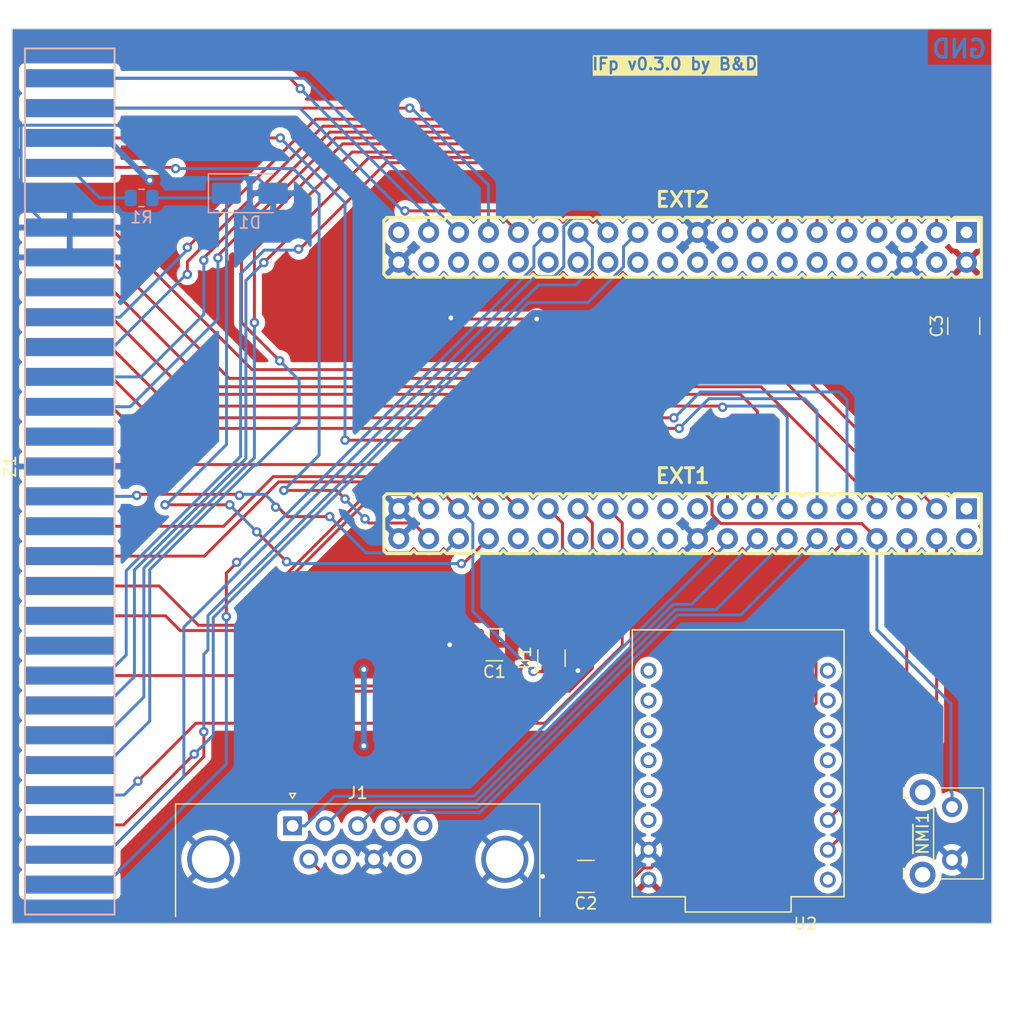
<source format=kicad_pcb>
(kicad_pcb (version 20241229) (generator "pcbnew") (generator_version "9.0")
  (title_block (title "IFp") (date "2024-03-26") (rev "v0.2"))
  (layers (0 "F.Cu" signal) (2 "B.Cu" signal) (13 "F.Paste" user) (15 "B.Paste" user) (5 "F.SilkS" user "F.Silkscreen") (7 "B.SilkS" user "B.Silkscreen") (1 "F.Mask" user) (3 "B.Mask" user) (25 "Edge.Cuts" user))
  (net 0 "")
  (net 1 "ZXROMCS2")
  (net 2 "GND")
  (net 3 "+5V")
  (net 4 "ZXROMCS")
  (net 5 "ZXA0")
  (net 6 "ZXA1")
  (net 7 "ZXA2")
  (net 8 "ZXA3")
  (net 9 "ZXA4")
  (net 10 "ZXA5")
  (net 11 "ZXA6")
  (net 12 "ZXROMCS1")
  (net 13 "HC_CPM")
  (net 14 "ZXA7")
  (net 15 "ZXA8")
  (net 16 "ZXA9")
  (net 17 "ZXA10")
  (net 18 "ZXA11")
  (net 19 "ZXA12")
  (net 20 "ZXA13")
  (net 21 "ZXD0")
  (net 22 "ZXD1")
  (net 23 "ZXD2")
  (net 24 "ZXD3")
  (net 25 "ZXD4")
  (net 26 "ZXD5")
  (net 27 "ZXD6")
  (net 28 "~{ZXRD}")
  (net 29 "ZXA14")
  (net 30 "ZXA15")
  (net 31 "~{ZXMREQ}")
  (net 38 "~{ZXIORQ}")
  (net 45 "~{ZXWAIT}")
  (net 48 "~{ZXNMI}")
  (net 49 "ZXD7")
  (net 51 "/PICO_RX_MINI_TX")
  (net 52 "/PICO_TX_MINI_RX")
  (net 53 "/GPIO9\\SPI1_CSn")
  (net 54 "/DOWN")
  (net 55 "/RIGHT")
  (net 56 "/GPIO12\\SPI1_RX\\SD_DAT0")
  (net 57 "/LEFT")
  (net 58 "/GPIO11\\SPI1_TX\\SD_CMD")
  (net 59 "/GPIO24\\SPI1_RX\\SD_DAT0")
  (net 60 "/GPIO10\\SPI1_SCK\\SD_CLK")
  (net 61 "/FIRE")
  (net 62 "/ZXRDWR")
  (net 63 "/GPIO8\\QMI_CS1n")
  (net 64 "/UP")
  (net 66 "/QSPI_SD2")
  (net 67 "/ADC_VREF")
  (net 68 "/QSPI_CSn")
  (net 69 "/BOOTSEL#")
  (net 70 "/QSPI_SD1")
  (net 71 "/SWDIO")
  (net 72 "/QSPI_SD0")
  (net 73 "/QSPI_CLK")
  (net 74 "/SWCLK")
  (net 75 "/RUN")
  (net 76 "/QSPI_SD3")
  (net 77 "/3V3_EN")
  (net 78 "/J_HC_CPM")
  (net 79 "~{ZXWR}")
  (footprint "Package_TO_SOT_SMD:SOT-353_SC-70-5" (layer "F.Cu") (at 69.03 103.5075 90)
    (property "Reference" "U1")
    (property "Value" "74LVC1G86")
  )
  (footprint "Connector_Dsub:DSUB-9_Pins_Horizontal_P2.77x2.84mm_EdgePinOffset4.94mm_Housed_MountingHolesOffset4.94mm" (layer "F.Cu") (at 47.02 117.77)
    (property "Reference" "J1")
    (property "Value" "DE9_Pins_MountingHoles")
  )
  (footprint "ESP32-C_SUPERMINI:MODULE_ESP32-C3_SUPERMINI_TH" (layer "F.Cu") (at 84.9 112.45 180)
    (property "Reference" "U2")
    (property "Value" "ESP32-C3_SUPERMINI_TH")
  )
  (footprint "OLIMEX_Connectors-FP:HN2x20" (layer "F.Cu") (at 80.18 68.57 180)
    (property "Reference" "EXT2")
    (property "Value" "NA(HN2x20)")
  )
  (footprint "Capacitor_SMD:C_1210_3225Metric" (layer "F.Cu") (at 64.18 102.37 180)
    (property "Reference" "C1")
    (property "Value" "0.1uF")
  )
  (footprint "Capacitor_SMD:C_1210_3225Metric" (layer "F.Cu") (at 71.955 122.07 180)
    (property "Reference" "C2")
    (property "Value" "0.1uF")
  )
  (footprint "Capacitor_SMD:C_1210_3225Metric" (layer "F.Cu") (at 104.08 75.27 90)
    (property "Reference" "C3")
    (property "Value" "0.1uF")
  )
  (footprint "zxbus:ZX_Bus_Edge_Connector" (layer "F.Cu") (at 28.08 87.21 -90)
    (property "Reference" "Z1")
    (property "Value" "ZX48Bus")
  )
  (footprint "Button_Switch_THT:SW_Tactile_SKHH_Angled" (layer "F.Cu") (at 103.08 116.17 -90)
    (property "Reference" "~{NMI}1")
    (property "Value" "~{NMI}")
  )
  (footprint "OLIMEX_Connectors-FP:HN2x20" (layer "F.Cu") (at 80.18 92.07 180)
    (property "Reference" "EXT1")
    (property "Value" "NA(HN2x20)")
  )
  (footprint "Diode_SMD:D_SMA" (layer "B.Cu") (at 43.38 63.97)
    (property "Reference" "D1")
    (property "Value" "Z1SMAxxx")
  )
  (footprint "Resistor_SMD:R_0805_2012Metric" (layer "B.Cu") (at 34.18 64.37)
    (property "Reference" "R1")
    (property "Value" "1K")
  )
  (gr_rect (start 23.18 49.98) (end 106.46 126.07) (stroke (width 0.1)) (fill no) (layer "Edge.Cuts"))
  (gr_text "GND" (at 106.18 52.57 0) (layer "B.Cu") (effects (font (size 1.5 1.5) (thickness 0.3) (bold yes)) (justify left bottom mirror)))
  (gr_text "IFp v0.3.0 by B&D" (at 72.38 53.57 0) (layer "F.SilkS" knockout) (effects (font (size 1 1) (thickness 0.2) (bold yes)) (justify left bottom)))
  (segment (start 46.58 91.47) (end 50.18 91.47) (width 0.25) (layer "F.Cu") (net 1))
  (segment (start 45.78 90.67) (end 46.58 91.47) (width 0.25) (layer "F.Cu") (net 1))
  (segment (start 42.15472 89.57) (end 33.88 89.57) (width 0.25) (layer "F.Cu") (net 1))
  (segment (start 45.58 90.67) (end 45.78 90.67) (width 0.25) (layer "F.Cu") (net 1))
  (segment (start 42.25472 89.67) (end 42.15472 89.57) (width 0.25) (layer "F.Cu") (net 1))
  (segment (start 33.88 89.57) (end 33.78 89.67) (width 0.25) (layer "F.Cu") (net 1))
  (segment (start 42.499368 89.67) (end 42.25472 89.67) (width 0.25) (layer "F.Cu") (net 1))
  (via (at 42.499368 89.67) (size 0.8) (drill 0.4) (layers "F.Cu" "B.Cu") (net 1))
  (via (at 45.58 90.67) (size 0.8) (drill 0.4) (layers "F.Cu" "B.Cu") (net 1))
  (via (at 33.78 89.67) (size 0.8) (drill 0.4) (layers "F.Cu" "B.Cu") (net 1))
  (via (at 50.18 91.47) (size 0.8) (drill 0.4) (layers "F.Cu" "B.Cu") (net 1))
  (segment (start 53.265 94.555) (end 50.18 91.47) (width 0.25) (layer "B.Cu") (net 1))
  (segment (start 61.13 93.34) (end 59.915 94.555) (width 0.25) (layer "B.Cu") (net 1))
  (segment (start 45.58 90.67) (end 45.58 90.47) (width 0.25) (layer "B.Cu") (net 1))
  (segment (start 59.915 94.555) (end 53.265 94.555) (width 0.25) (layer "B.Cu") (net 1))
  (segment (start 42.88 89.57) (end 42.78 89.67) (width 0.25) (layer "B.Cu") (net 1))
  (segment (start 45.58 90.47) (end 44.68 89.57) (width 0.25) (layer "B.Cu") (net 1))
  (segment (start 42.78 89.67) (end 42.499368 89.67) (width 0.25) (layer "B.Cu") (net 1))
  (segment (start 33.78 89.67) (end 33.7 89.75) (width 0.25) (layer "B.Cu") (net 1))
  (segment (start 33.7 89.75) (end 28.08 89.75) (width 0.25) (layer "B.Cu") (net 1))
  (segment (start 44.68 89.57) (end 42.88 89.57) (width 0.25) (layer "B.Cu") (net 1))
  (segment (start 69.68 104.4575) (end 71.1675 104.4575) (width 0.25) (layer "F.Cu") (net 2))
  (segment (start 71.1675 104.4575) (end 71.28 104.57) (width 0.25) (layer "F.Cu") (net 2))
  (segment (start 60.58 74.67) (end 60.48 74.57) (width 0.25) (layer "F.Cu") (net 2))
  (segment (start 67.78 74.67) (end 60.58 74.67) (width 0.25) (layer "F.Cu") (net 2))
  (segment (start 68.28 122.07) (end 70.48 122.07) (width 0.25) (layer "F.Cu") (net 2))
  (segment (start 60.38 102.37) (end 62.705 102.37) (width 0.25) (layer "F.Cu") (net 2))
  (via (at 60.38 102.37) (size 0.8) (drill 0.4) (layers "F.Cu" "B.Cu") (net 2))
  (via (at 71.28 104.57) (size 0.8) (drill 0.4) (layers "F.Cu" "B.Cu") (net 2))
  (via (at 68.28 122.07) (size 0.8) (drill 0.4) (layers "F.Cu" "B.Cu") (net 2))
  (via (at 67.78 74.67) (size 0.8) (drill 0.4) (layers "F.Cu" "B.Cu") (net 2))
  (via (at 60.48 74.57) (size 0.8) (drill 0.4) (layers "F.Cu" "B.Cu") (net 2))
  (segment (start 44.154 62.744) (end 45.38 63.97) (width 0.25) (layer "B.Cu") (net 2))
  (segment (start 28.08 66.89) (end 26.3 66.89) (width 0.25) (layer "B.Cu") (net 2))
  (segment (start 23.944 58.182) (end 32.216 58.182) (width 0.25) (layer "B.Cu") (net 2))
  (segment (start 32.216 58.182) (end 36.778 62.744) (width 0.25) (layer "B.Cu") (net 2))
  (segment (start 23.944 64.534) (end 23.944 58.182) (width 0.25) (layer "B.Cu") (net 2))
  (segment (start 26.3 66.89) (end 23.944 64.534) (width 0.25) (layer "B.Cu") (net 2))
  (segment (start 36.778 62.744) (end 44.154 62.744) (width 0.25) (layer "B.Cu") (net 2))
  (via (at 34.88 62.87) (size 0.8) (drill 0.4) (layers "F.Cu" "B.Cu") (net 3))
  (via (at 53.08 110.97) (size 0.8) (drill 0.4) (layers "F.Cu" "B.Cu") (net 3))
  (via (at 53.08 104.47) (size 0.8) (drill 0.4) (layers "F.Cu" "B.Cu") (net 3))
  (segment (start 53.08 110.97) (end 53.08 104.47) (width 0.5) (layer "B.Cu") (net 3))
  (segment (start 34.88 62.87) (end 34.78 62.87) (width 0.5) (layer "B.Cu") (net 3))
  (segment (start 34.78 62.87) (end 31.18 59.27) (width 0.5) (layer "B.Cu") (net 3))
  (segment (start 38.806 109.044) (end 68.47053 109.044) (width 0.25) (layer "F.Cu") (net 4))
  (segment (start 75.045 92.015) (end 73.83 90.8) (width 0.25) (layer "F.Cu") (net 4))
  (segment (start 33.88 113.97) (end 38.806 109.044) (width 0.25) (layer "F.Cu") (net 4))
  (segment (start 75.045 102.46953) (end 75.045 92.015) (width 0.25) (layer "F.Cu") (net 4))
  (segment (start 68.47053 109.044) (end 75.045 102.46953) (width 0.25) (layer "F.Cu") (net 4))
  (via (at 33.88 113.97) (size 0.8) (drill 0.4) (layers "F.Cu" "B.Cu") (net 4))
  (segment (start 32.7 115.15) (end 33.88 113.97) (width 0.25) (layer "B.Cu") (net 4))
  (segment (start 28.08 115.15) (end 32.7 115.15) (width 0.25) (layer "B.Cu") (net 4))
  (segment (start 97.426 57.67) (end 101.77 62.014) (width 0.25) (layer "F.Cu") (net 5))
  (segment (start 101.77 62.014) (end 101.77 67.3) (width 0.25) (layer "F.Cu") (net 5))
  (segment (start 48.98 57.67) (end 97.426 57.67) (width 0.25) (layer "F.Cu") (net 5))
  (segment (start 38.08 68.57) (end 48.98 57.67) (width 0.25) (layer "F.Cu") (net 5))
  (via (at 38.08 68.57) (size 0.8) (drill 0.4) (layers "F.Cu" "B.Cu") (net 5))
  (segment (start 38.08 68.57) (end 38.08 68.77) (width 0.25) (layer "B.Cu") (net 5))
  (segment (start 32.34 74.51) (end 28.08 74.51) (width 0.25) (layer "B.Cu") (net 5))
  (segment (start 38.08 68.77) (end 32.34 74.51) (width 0.25) (layer "B.Cu") (net 5))
  (segment (start 96.98 58.27) (end 99.23 60.52) (width 0.25) (layer "F.Cu") (net 6))
  (segment (start 38.08 70.87) (end 38.08 69.795306) (width 0.25) (layer "F.Cu") (net 6))
  (segment (start 99.23 60.52) (end 99.23 67.3) (width 0.25) (layer "F.Cu") (net 6))
  (segment (start 38.08 69.795306) (end 49.605306 58.27) (width 0.25) (layer "F.Cu") (net 6))
  (segment (start 49.605306 58.27) (end 96.98 58.27) (width 0.25) (layer "F.Cu") (net 6))
  (via (at 38.08 70.87) (size 0.8) (drill 0.4) (layers "F.Cu" "B.Cu") (net 6))
  (segment (start 37.842653 71.007347) (end 31.8 77.05) (width 0.25) (layer "B.Cu") (net 6))
  (segment (start 37.942653 71.007347) (end 37.842653 71.007347) (width 0.25) (layer "B.Cu") (net 6))
  (segment (start 38.08 70.87) (end 37.942653 71.007347) (width 0.25) (layer "B.Cu") (net 6))
  (segment (start 31.8 77.05) (end 28.08 77.05) (width 0.25) (layer "B.Cu") (net 6))
  (segment (start 50.18 58.77) (end 94.18 58.77) (width 0.25) (layer "F.Cu") (net 7))
  (segment (start 96.69 61.28) (end 96.69 67.3) (width 0.25) (layer "F.Cu") (net 7))
  (segment (start 39.48 69.67) (end 39.48 69.47) (width 0.25) (layer "F.Cu") (net 7))
  (segment (start 94.18 58.77) (end 96.69 61.28) (width 0.25) (layer "F.Cu") (net 7))
  (segment (start 39.48 69.47) (end 50.18 58.77) (width 0.25) (layer "F.Cu") (net 7))
  (via (at 39.48 69.67) (size 0.8) (drill 0.4) (layers "F.Cu" "B.Cu") (net 7))
  (segment (start 39.48 69.67) (end 39.48 74.27) (width 0.25) (layer "B.Cu") (net 7))
  (segment (start 34.16 79.59) (end 28.08 79.59) (width 0.25) (layer "B.Cu") (net 7))
  (segment (start 39.48 74.27) (end 34.16 79.59) (width 0.25) (layer "B.Cu") (net 7))
  (segment (start 40.68 69.27) (end 50.68 59.27) (width 0.25) (layer "F.Cu") (net 8))
  (segment (start 50.68 59.27) (end 90.58 59.27) (width 0.25) (layer "F.Cu") (net 8))
  (segment (start 40.68 69.47) (end 40.68 69.27) (width 0.25) (layer "F.Cu") (net 8))
  (segment (start 94.15 62.84) (end 94.15 67.3) (width 0.25) (layer "F.Cu") (net 8))
  (segment (start 90.58 59.27) (end 94.15 62.84) (width 0.25) (layer "F.Cu") (net 8))
  (via (at 40.68 69.47) (size 0.8) (drill 0.4) (layers "F.Cu" "B.Cu") (net 8))
  (segment (start 40.68 74.67) (end 33.22 82.13) (width 0.25) (layer "B.Cu") (net 8))
  (segment (start 33.22 82.13) (end 28.08 82.13) (width 0.25) (layer "B.Cu") (net 8))
  (segment (start 40.68 69.47) (end 40.68 74.67) (width 0.25) (layer "B.Cu") (net 8))
  (segment (start 91.61 62.7) (end 91.61 67.3) (width 0.25) (layer "F.Cu") (net 9))
  (segment (start 45.93 78.22) (end 42.68 74.97) (width 0.25) (layer "F.Cu") (net 9))
  (segment (start 88.68 59.77) (end 91.61 62.7) (width 0.25) (layer "F.Cu") (net 9))
  (segment (start 42.68 68.37) (end 51.28 59.77) (width 0.25) (layer "F.Cu") (net 9))
  (segment (start 42.68 74.97) (end 42.68 68.37) (width 0.25) (layer "F.Cu") (net 9))
  (segment (start 51.28 59.77) (end 88.68 59.77) (width 0.25) (layer "F.Cu") (net 9))
  (via (at 45.93 78.22) (size 0.8) (drill 0.4) (layers "F.Cu" "B.Cu") (net 9))
  (segment (start 43.79381 87.094) (end 43.69181 87.196) (width 0.25) (layer "B.Cu") (net 9))
  (segment (start 31.128 112.61) (end 28.08 112.61) (width 0.25) (layer "B.Cu") (net 9))
  (segment (start 43.956 87.094) (end 43.79381 87.094) (width 0.25) (layer "B.Cu") (net 9))
  (segment (start 34.88 95.98343) (end 34.88 108.858) (width 0.25) (layer "B.Cu") (net 9))
  (segment (start 47.58 83.47) (end 43.956 87.094) (width 0.25) (layer "B.Cu") (net 9))
  (segment (start 45.93 78.22) (end 47.58 79.87) (width 0.25) (layer "B.Cu") (net 9))
  (segment (start 47.58 79.87) (end 47.58 83.47) (width 0.25) (layer "B.Cu") (net 9))
  (segment (start 43.66743 87.196) (end 34.88 95.98343) (width 0.25) (layer "B.Cu") (net 9))
  (segment (start 34.88 108.858) (end 31.128 112.61) (width 0.25) (layer "B.Cu") (net 9))
  (segment (start 43.69181 87.196) (end 43.66743 87.196) (width 0.25) (layer "B.Cu") (net 9))
  (segment (start 52.08 60.47) (end 86.68 60.47) (width 0.25) (layer "F.Cu") (net 10))
  (segment (start 43.78 74.97) (end 43.78 68.77) (width 0.25) (layer "F.Cu") (net 10))
  (segment (start 43.78 68.77) (end 52.08 60.47) (width 0.25) (layer "F.Cu") (net 10))
  (segment (start 86.68 60.47) (end 89.07 62.86) (width 0.25) (layer "F.Cu") (net 10))
  (segment (start 89.07 62.86) (end 89.07 67.3) (width 0.25) (layer "F.Cu") (net 10))
  (via (at 43.78 74.97) (size 0.8) (drill 0.4) (layers "F.Cu" "B.Cu") (net 10))
  (segment (start 43.48062 86.745) (end 34.38 95.84562) (width 0.25) (layer "B.Cu") (net 10))
  (segment (start 43.78 86.47) (end 43.505 86.745) (width 0.25) (layer "B.Cu") (net 10))
  (segment (start 34.38 106.818) (end 31.128 110.07) (width 0.25) (layer "B.Cu") (net 10))
  (segment (start 34.38 95.84562) (end 34.38 106.818) (width 0.25) (layer "B.Cu") (net 10))
  (segment (start 43.78 74.97) (end 43.78 86.47) (width 0.25) (layer "B.Cu") (net 10))
  (segment (start 31.128 110.07) (end 28.08 110.07) (width 0.25) (layer "B.Cu") (net 10))
  (segment (start 43.505 86.745) (end 43.48062 86.745) (width 0.25) (layer "B.Cu") (net 10))
  (segment (start 85.78 60.921) (end 86.53 61.671) (width 0.25) (layer "F.Cu") (net 11))
  (segment (start 53.529 60.921) (end 85.78 60.921) (width 0.25) (layer "F.Cu") (net 11))
  (segment (start 86.53 61.671) (end 86.53 67.3) (width 0.25) (layer "F.Cu") (net 11))
  (segment (start 44.579293 69.869293) (end 44.580707 69.869293) (width 0.25) (layer "F.Cu") (net 11))
  (segment (start 44.580707 69.869293) (end 53.529 60.921) (width 0.25) (layer "F.Cu") (net 11))
  (via (at 44.579293 69.869293) (size 0.8) (drill 0.4) (layers "F.Cu" "B.Cu") (net 11))
  (segment (start 44.579293 69.869293) (end 44.08 70.368586) (width 0.25) (layer "B.Cu") (net 11))
  (segment (start 44.08 70.368586) (end 44.08 70.37) (width 0.25) (layer "B.Cu") (net 11))
  (segment (start 33.58 96.00781) (end 33.58 105.078) (width 0.25) (layer "B.Cu") (net 11))
  (segment (start 43.054 71.396) (end 43.054 86.53381) (width 0.25) (layer "B.Cu") (net 11))
  (segment (start 43.054 86.53381) (end 33.58 96.00781) (width 0.25) (layer "B.Cu") (net 11))
  (segment (start 31.128 107.53) (end 28.08 107.53) (width 0.25) (layer "B.Cu") (net 11))
  (segment (start 44.08 70.37) (end 43.054 71.396) (width 0.25) (layer "B.Cu") (net 11))
  (segment (start 33.58 105.078) (end 31.128 107.53) (width 0.25) (layer "B.Cu") (net 11))
  (segment (start 28.12 61.77) (end 28.08 61.81) (width 0.25) (layer "F.Cu") (net 12))
  (segment (start 57.265 92.015) (end 53.525 92.015) (width 0.25) (layer "F.Cu") (net 12))
  (segment (start 53.525 92.015) (end 53.18 91.67) (width 0.25) (layer "F.Cu") (net 12))
  (segment (start 51.48 89.97) (end 50.754 89.244) (width 0.25) (layer "F.Cu") (net 12))
  (segment (start 37.08 61.87) (end 36.98 61.77) (width 0.25) (layer "F.Cu") (net 12))
  (segment (start 50.754 89.244) (end 46.28 89.244) (width 0.25) (layer "F.Cu") (net 12))
  (segment (start 58.59 93.34) (end 57.265 92.015) (width 0.25) (layer "F.Cu") (net 12))
  (segment (start 36.98 61.77) (end 28.12 61.77) (width 0.25) (layer "F.Cu") (net 12))
  (via (at 53.18 91.67) (size 0.8) (drill 0.4) (layers "F.Cu" "B.Cu") (net 12))
  (via (at 37.08 61.87) (size 0.8) (drill 0.4) (layers "F.Cu" "B.Cu") (net 12))
  (via (at 46.28 89.244) (size 0.8) (drill 0.4) (layers "F.Cu" "B.Cu") (net 12))
  (via (at 51.48 89.97) (size 0.8) (drill 0.4) (layers "F.Cu" "B.Cu") (net 12))
  (segment (start 37.08 61.87) (end 47.08 61.87) (width 0.25) (layer "B.Cu") (net 12))
  (segment (start 49.28 86.244) (end 46.28 89.244) (width 0.25) (layer "B.Cu") (net 12))
  (segment (start 47.08 61.87) (end 49.28 64.07) (width 0.25) (layer "B.Cu") (net 12))
  (segment (start 49.28 64.07) (end 49.28 86.244) (width 0.25) (layer "B.Cu") (net 12))
  (segment (start 53.18 91.67) (end 51.48 89.97) (width 0.25) (layer "B.Cu") (net 12))
  (segment (start 30.64 64.37) (end 33.2675 64.37) (width 0.25) (layer "B.Cu") (net 13))
  (segment (start 28.08 61.81) (end 30.64 64.37) (width 0.25) (layer "B.Cu") (net 13))
  (segment (start 47.63 68.72) (end 54.978 61.372) (width 0.25) (layer "F.Cu") (net 14))
  (segment (start 83.99 61.782) (end 83.99 67.3) (width 0.25) (layer "F.Cu") (net 14))
  (segment (start 54.978 61.372) (end 83.58 61.372) (width 0.25) (layer "F.Cu") (net 14))
  (segment (start 83.58 61.372) (end 83.99 61.782) (width 0.25) (layer "F.Cu") (net 14))
  (segment (start 47.53 68.72) (end 47.63 68.72) (width 0.25) (layer "F.Cu") (net 14))
  (via (at 47.53 68.72) (size 0.8) (drill 0.4) (layers "F.Cu" "B.Cu") (net 14))
  (segment (start 47.53 68.72) (end 47.44336 68.80664) (width 0.25) (layer "B.Cu") (net 14))
  (segment (start 42.603 86.347) (end 42.603 82.87) (width 0.25) (layer "B.Cu") (net 14))
  (segment (start 31.128 104.99) (end 32.88 103.238) (width 0.25) (layer "B.Cu") (net 14))
  (segment (start 28.08 104.99) (end 31.128 104.99) (width 0.25) (layer "B.Cu") (net 14))
  (segment (start 44.61664 68.80664) (end 42.603 70.82028) (width 0.25) (layer "B.Cu") (net 14))
  (segment (start 32.88 96.07) (end 42.603 86.347) (width 0.25) (layer "B.Cu") (net 14))
  (segment (start 42.603 70.82028) (end 42.603 82.87) (width 0.25) (layer "B.Cu") (net 14))
  (segment (start 47.44336 68.80664) (end 44.61664 68.80664) (width 0.25) (layer "B.Cu") (net 14))
  (segment (start 32.88 103.238) (end 32.88 96.07) (width 0.25) (layer "B.Cu") (net 14))
  (segment (start 38.658847 111.673847) (end 36.921347 113.411347) (width 0.25) (layer "F.Cu") (net 15))
  (segment (start 32.66 117.69) (end 28.08 117.69) (width 0.25) (layer "F.Cu") (net 15))
  (segment (start 36.921347 113.411347) (end 36.921347 113.428653) (width 0.25) (layer "F.Cu") (net 15))
  (segment (start 36.921347 113.428653) (end 32.66 117.69) (width 0.25) (layer "F.Cu") (net 15))
  (via (at 38.658847 111.673847) (size 0.8) (drill 0.4) (layers "F.Cu" "B.Cu") (net 15))
  (segment (start 72.11827 73.27) (end 75.155 70.23327) (width 0.25) (layer "B.Cu") (net 15))
  (segment (start 75.155 70.23327) (end 75.155 68.515) (width 0.25) (layer "B.Cu") (net 15))
  (segment (start 38.658847 111.673847) (end 40.28 110.052694) (width 0.25) (layer "B.Cu") (net 15))
  (segment (start 75.155 68.515) (end 76.37 67.3) (width 0.25) (layer "B.Cu") (net 15))
  (segment (start 40.28 100.07) (end 67.08 73.27) (width 0.25) (layer "B.Cu") (net 15))
  (segment (start 40.28 110.052694) (end 40.28 100.07) (width 0.25) (layer "B.Cu") (net 15))
  (segment (start 67.08 73.27) (end 72.11827 73.27) (width 0.25) (layer "B.Cu") (net 15))
  (segment (start 70.78673 66.085) (end 72.615 66.085) (width 0.25) (layer "B.Cu") (net 16))
  (segment (start 72.615 66.085) (end 73.83 67.3) (width 0.25) (layer "B.Cu") (net 16))
  (segment (start 70.075 66.79673) (end 70.78673 66.085) (width 0.25) (layer "B.Cu") (net 16))
  (segment (start 70.075 70.23327) (end 70.075 66.79673) (width 0.25) (layer "B.Cu") (net 16))
  (segment (start 31.128 120.23) (end 37.78 113.578) (width 0.25) (layer "B.Cu") (net 16))
  (segment (start 67.595 71.055) (end 69.25327 71.055) (width 0.25) (layer "B.Cu") (net 16))
  (segment (start 37.78 113.578) (end 37.78 100.87) (width 0.25) (layer "B.Cu") (net 16))
  (segment (start 69.25327 71.055) (end 70.075 70.23327) (width 0.25) (layer "B.Cu") (net 16))
  (segment (start 37.78 100.87) (end 67.595 71.055) (width 0.25) (layer "B.Cu") (net 16))
  (segment (start 28.08 120.23) (end 31.128 120.23) (width 0.25) (layer "B.Cu") (net 16))
  (segment (start 39.48 111.878) (end 31.128 120.23) (width 0.25) (layer "F.Cu") (net 17))
  (segment (start 31.128 120.23) (end 28.08 120.23) (width 0.25) (layer "F.Cu") (net 17))
  (segment (start 39.48 109.77) (end 39.48 111.878) (width 0.25) (layer "F.Cu") (net 17))
  (via (at 39.48 109.77) (size 0.8) (drill 0.4) (layers "F.Cu" "B.Cu") (net 17))
  (segment (start 72.505 68.515) (end 71.29 67.3) (width 0.25) (layer "B.Cu") (net 17))
  (segment (start 39.48 109.712612) (end 39.48 103.17) (width 0.25) (layer "B.Cu") (net 17))
  (segment (start 71.07827 71.77) (end 72.505 70.34327) (width 0.25) (layer "B.Cu") (net 17))
  (segment (start 39.829 102.821) (end 39.829 99.88319) (width 0.25) (layer "B.Cu") (net 17))
  (segment (start 72.505 70.34327) (end 72.505 68.515) (width 0.25) (layer "B.Cu") (net 17))
  (segment (start 39.48 103.17) (end 39.829 102.821) (width 0.25) (layer "B.Cu") (net 17))
  (segment (start 39.537388 109.77) (end 39.48 109.712612) (width 0.25) (layer "B.Cu") (net 17))
  (segment (start 39.48 109.77) (end 39.537388 109.77) (width 0.25) (layer "B.Cu") (net 17))
  (segment (start 67.94219 71.77) (end 71.07827 71.77) (width 0.25) (layer "B.Cu") (net 17))
  (segment (start 39.829 99.88319) (end 67.94219 71.77) (width 0.25) (layer "B.Cu") (net 17))
  (segment (start 41.392653 96.282653) (end 41.392653 99.982653) (width 0.25) (layer "F.Cu") (net 18))
  (segment (start 42.267347 95.407959) (end 41.392653 96.282653) (width 0.25) (layer "F.Cu") (net 18))
  (segment (start 42.267347 95.357347) (end 42.267347 95.407959) (width 0.25) (layer "F.Cu") (net 18))
  (via (at 41.392653 99.982653) (size 0.8) (drill 0.4) (layers "F.Cu" "B.Cu") (net 18))
  (via (at 42.267347 95.357347) (size 0.8) (drill 0.4) (layers "F.Cu" "B.Cu") (net 18))
  (segment (start 41.392653 112.505347) (end 41.392653 99.982653) (width 0.25) (layer "B.Cu") (net 18))
  (segment (start 67.535 70.23327) (end 67.535 68.515) (width 0.25) (layer "B.Cu") (net 18))
  (segment (start 42.410923 95.357347) (end 67.535 70.23327) (width 0.25) (layer "B.Cu") (net 18))
  (segment (start 28.08 122.77) (end 31.128 122.77) (width 0.25) (layer "B.Cu") (net 18))
  (segment (start 31.128 122.77) (end 41.392653 112.505347) (width 0.25) (layer "B.Cu") (net 18))
  (segment (start 42.267347 95.357347) (end 42.410923 95.357347) (width 0.25) (layer "B.Cu") (net 18))
  (segment (start 67.535 68.515) (end 68.75 67.3) (width 0.25) (layer "B.Cu") (net 18))
  (segment (start 56.58 65.47) (end 64.38 65.47) (width 0.25) (layer "F.Cu") (net 19))
  (segment (start 64.38 65.47) (end 66.21 67.3) (width 0.25) (layer "F.Cu") (net 19))
  (via (at 56.58 65.47) (size 0.8) (drill 0.4) (layers "F.Cu" "B.Cu") (net 19))
  (segment (start 47.64 56.73) (end 28.08 56.73) (width 0.25) (layer "B.Cu") (net 19))
  (segment (start 56.38 65.47) (end 47.64 56.73) (width 0.25) (layer "B.Cu") (net 19))
  (segment (start 56.58 65.47) (end 56.38 65.47) (width 0.25) (layer "B.Cu") (net 19))
  (segment (start 56.98 56.73) (end 28.08 56.73) (width 0.25) (layer "F.Cu") (net 20))
  (via (at 56.98 56.73) (size 0.8) (drill 0.4) (layers "F.Cu" "B.Cu") (net 20))
  (segment (start 57.14 56.73) (end 63.67 63.26) (width 0.25) (layer "B.Cu") (net 20))
  (segment (start 63.67 63.26) (end 63.67 67.3) (width 0.25) (layer "B.Cu") (net 20))
  (segment (start 56.98 56.73) (end 57.14 56.73) (width 0.25) (layer "B.Cu") (net 20))
  (segment (start 101.77 90.8) (end 89.94 78.97) (width 0.25) (layer "F.Cu") (net 21))
  (segment (start 31.5 66.89) (end 28.08 66.89) (width 0.25) (layer "F.Cu") (net 21))
  (segment (start 43.58 78.97) (end 31.5 66.89) (width 0.25) (layer "F.Cu") (net 21))
  (segment (start 89.94 78.97) (end 43.58 78.97) (width 0.25) (layer "F.Cu") (net 21))
  (segment (start 41.618905 79.708905) (end 88.618905 79.708905) (width 0.25) (layer "F.Cu") (net 22))
  (segment (start 28.08 69.43) (end 28.12 69.47) (width 0.25) (layer "F.Cu") (net 22))
  (segment (start 88.618905 79.708905) (end 99.23 90.32) (width 0.25) (layer "F.Cu") (net 22))
  (segment (start 31.38 69.47) (end 41.618905 79.708905) (width 0.25) (layer "F.Cu") (net 22))
  (segment (start 28.12 69.47) (end 31.38 69.47) (width 0.25) (layer "F.Cu") (net 22))
  (segment (start 99.23 90.32) (end 99.23 90.8) (width 0.25) (layer "F.Cu") (net 22))
  (segment (start 31.48 71.97) (end 28.08 71.97) (width 0.25) (layer "F.Cu") (net 23))
  (segment (start 96.69 90.28) (end 86.83781 80.42781) (width 0.25) (layer "F.Cu") (net 23))
  (segment (start 96.69 90.8) (end 96.69 90.28) (width 0.25) (layer "F.Cu") (net 23))
  (segment (start 86.83781 80.42781) (end 39.93781 80.42781) (width 0.25) (layer "F.Cu") (net 23))
  (segment (start 39.93781 80.42781) (end 31.48 71.97) (width 0.25) (layer "F.Cu") (net 23))
  (segment (start 28.2 79.47) (end 28.08 79.59) (width 0.25) (layer "F.Cu") (net 24))
  (segment (start 35.08 83.07) (end 31.48 79.47) (width 0.25) (layer "F.Cu") (net 24))
  (segment (start 79.427214 83.07) (end 35.08 83.07) (width 0.25) (layer "F.Cu") (net 24))
  (segment (start 31.48 79.47) (end 28.2 79.47) (width 0.25) (layer "F.Cu") (net 24))
  (segment (start 79.432785 83.075571) (end 79.427214 83.07) (width 0.25) (layer "F.Cu") (net 24))
  (via (at 79.432785 83.075571) (size 0.8) (drill 0.4) (layers "F.Cu" "B.Cu") (net 24))
  (segment (start 93.48 80.87) (end 94.15 81.54) (width 0.25) (layer "B.Cu") (net 24))
  (segment (start 81.68 80.87) (end 93.48 80.87) (width 0.25) (layer "B.Cu") (net 24))
  (segment (start 79.474429 83.075571) (end 81.68 80.87) (width 0.25) (layer "B.Cu") (net 24))
  (segment (start 79.432785 83.075571) (end 79.474429 83.075571) (width 0.25) (layer "B.Cu") (net 24))
  (segment (start 94.15 81.54) (end 94.15 90.8) (width 0.25) (layer "B.Cu") (net 24))
  (segment (start 31.64 82.13) (end 28.08 82.13) (width 0.25) (layer "F.Cu") (net 25))
  (segment (start 33.48 83.97) (end 31.64 82.13) (width 0.25) (layer "F.Cu") (net 25))
  (segment (start 79.88 83.97) (end 33.48 83.97) (width 0.25) (layer "F.Cu") (net 25))
  (via (at 79.88 83.97) (size 0.8) (drill 0.4) (layers "F.Cu" "B.Cu") (net 25))
  (segment (start 82.406 81.444) (end 79.88 83.97) (width 0.25) (layer "B.Cu") (net 25))
  (segment (start 91.61 82.5) (end 90.554 81.444) (width 0.25) (layer "B.Cu") (net 25))
  (segment (start 90.554 81.444) (end 82.406 81.444) (width 0.25) (layer "B.Cu") (net 25))
  (segment (start 91.61 90.8) (end 91.61 82.5) (width 0.25) (layer "B.Cu") (net 25))
  (segment (start 36.58 82.07) (end 31.58 77.07) (width 0.25) (layer "F.Cu") (net 26))
  (segment (start 31.58 77.07) (end 28.1 77.07) (width 0.25) (layer "F.Cu") (net 26))
  (segment (start 83.58 82.17) (end 83.48 82.07) (width 0.25) (layer "F.Cu") (net 26))
  (segment (start 83.48 82.07) (end 36.58 82.07) (width 0.25) (layer "F.Cu") (net 26))
  (segment (start 28.1 77.07) (end 28.08 77.05) (width 0.25) (layer "F.Cu") (net 26))
  (via (at 83.58 82.17) (size 0.8) (drill 0.4) (layers "F.Cu" "B.Cu") (net 26))
  (segment (start 83.68 82.07) (end 88.18 82.07) (width 0.25) (layer "B.Cu") (net 26))
  (segment (start 83.58 82.17) (end 83.68 82.07) (width 0.25) (layer "B.Cu") (net 26))
  (segment (start 88.18 82.07) (end 89.07 82.96) (width 0.25) (layer "B.Cu") (net 26))
  (segment (start 89.07 82.96) (end 89.07 90.8) (width 0.25) (layer "B.Cu") (net 26))
  (segment (start 86.53 82.52) (end 86.53 90.8) (width 0.25) (layer "F.Cu") (net 27))
  (segment (start 28.08 74.51) (end 31.62 74.51) (width 0.25) (layer "F.Cu") (net 27))
  (segment (start 31.62 74.51) (end 38.18 81.07) (width 0.25) (layer "F.Cu") (net 27))
  (segment (start 38.18 81.07) (end 85.08 81.07) (width 0.25) (layer "F.Cu") (net 27))
  (segment (start 85.08 81.07) (end 86.53 82.52) (width 0.25) (layer "F.Cu") (net 27))
  (segment (start 59.3 88.97) (end 53.88 88.97) (width 0.25) (layer "F.Cu") (net 28))
  (segment (start 68.1925 104.645) (end 67.455 104.645) (width 0.25) (layer "F.Cu") (net 28))
  (segment (start 53.88 88.97) (end 42.141347 100.708653) (width 0.25) (layer "F.Cu") (net 28))
  (segment (start 68.38 104.4575) (end 68.1925 104.645) (width 0.25) (layer "F.Cu") (net 28))
  (segment (start 39.018653 100.708653) (end 35.68 97.37) (width 0.25) (layer "F.Cu") (net 28))
  (segment (start 35.68 97.37) (end 28.08 97.37) (width 0.25) (layer "F.Cu") (net 28))
  (segment (start 61.13 90.8) (end 59.3 88.97) (width 0.25) (layer "F.Cu") (net 28))
  (segment (start 42.141347 100.708653) (end 39.018653 100.708653) (width 0.25) (layer "F.Cu") (net 28))
  (via (at 67.455 104.645) (size 0.8) (drill 0.4) (layers "F.Cu" "B.Cu") (net 28))
  (segment (start 62.345 99.535) (end 62.345 92.015) (width 0.25) (layer "B.Cu") (net 28))
  (segment (start 62.345 92.015) (end 61.13 90.8) (width 0.25) (layer "B.Cu") (net 28))
  (segment (start 67.455 104.645) (end 62.345 99.535) (width 0.25) (layer "B.Cu") (net 28))
  (segment (start 28.08 54.19) (end 48.02 54.19) (width 0.25) (layer "B.Cu") (net 29))
  (segment (start 48.02 54.19) (end 61.13 67.3) (width 0.25) (layer "B.Cu") (net 29))
  (segment (start 47.68 55.07) (end 46.8 54.19) (width 0.25) (layer "F.Cu") (net 30))
  (segment (start 46.8 54.19) (end 28.08 54.19) (width 0.25) (layer "F.Cu") (net 30))
  (via (at 47.68 55.07) (size 0.8) (drill 0.4) (layers "F.Cu" "B.Cu") (net 30))
  (segment (start 58.59 65.98) (end 47.68 55.07) (width 0.25) (layer "B.Cu") (net 30))
  (segment (start 58.59 67.3) (end 58.59 65.98) (width 0.25) (layer "B.Cu") (net 30))
  (segment (start 45.382 88.068) (end 63.478 88.068) (width 0.25) (layer "F.Cu") (net 31))
  (segment (start 63.478 88.068) (end 66.21 90.8) (width 0.25) (layer "F.Cu") (net 31))
  (segment (start 41.16 92.29) (end 45.382 88.068) (width 0.25) (layer "F.Cu") (net 31))
  (segment (start 28.08 92.29) (end 41.16 92.29) (width 0.25) (layer "F.Cu") (net 31))
  (segment (start 28.08 94.83) (end 39.52 94.83) (width 0.25) (layer "F.Cu") (net 38))
  (segment (start 61.389 88.519) (end 63.67 90.8) (width 0.25) (layer "F.Cu") (net 38))
  (segment (start 45.831 88.519) (end 61.389 88.519) (width 0.25) (layer "F.Cu") (net 38))
  (segment (start 39.52 94.83) (end 45.831 88.519) (width 0.25) (layer "F.Cu") (net 38))
  (segment (start 70.55572 106.321) (end 72.505 104.37172) (width 0.25) (layer "F.Cu") (net 45))
  (segment (start 72.505 104.37172) (end 72.505 92.015) (width 0.25) (layer "F.Cu") (net 45))
  (segment (start 45.3 104.99) (end 46.631 106.321) (width 0.25) (layer "F.Cu") (net 45))
  (segment (start 46.631 106.321) (end 70.55572 106.321) (width 0.25) (layer "F.Cu") (net 45))
  (segment (start 28.08 104.99) (end 45.3 104.99) (width 0.25) (layer "F.Cu") (net 45))
  (segment (start 72.505 92.015) (end 71.29 90.8) (width 0.25) (layer "F.Cu") (net 45))
  (segment (start 28.246 87.044) (end 79.644 87.044) (width 0.25) (layer "F.Cu") (net 48))
  (segment (start 83.42173 92.06) (end 95.41 92.06) (width 0.25) (layer "F.Cu") (net 48))
  (segment (start 82.68 91.31827) (end 83.42173 92.06) (width 0.25) (layer "F.Cu") (net 48))
  (segment (start 82.68 90.08) (end 82.68 91.31827) (width 0.25) (layer "F.Cu") (net 48))
  (segment (start 95.41 92.06) (end 96.69 93.34) (width 0.25) (layer "F.Cu") (net 48))
  (segment (start 28.08 87.21) (end 28.246 87.044) (width 0.25) (layer "F.Cu") (net 48))
  (segment (start 79.644 87.044) (end 82.68 90.08) (width 0.25) (layer "F.Cu") (net 48))
  (segment (start 102.98 114.867919) (end 103.08 114.967919) (width 0.25) (layer "B.Cu") (net 48))
  (segment (start 103.08 114.967919) (end 103.08 116.17) (width 0.25) (layer "B.Cu") (net 48))
  (segment (start 96.69 93.34) (end 96.69 101.08) (width 0.25) (layer "B.Cu") (net 48))
  (segment (start 96.69 101.08) (end 102.98 107.37) (width 0.25) (layer "B.Cu") (net 48))
  (segment (start 102.98 107.37) (end 102.98 114.867919) (width 0.25) (layer "B.Cu") (net 48))
  (segment (start 82.98 84.97) (end 51.48 84.97) (width 0.25) (layer "F.Cu") (net 49))
  (segment (start 45.98 59.27) (end 28.08 59.27) (width 0.25) (layer "F.Cu") (net 49))
  (segment (start 83.99 85.98) (end 82.98 84.97) (width 0.25) (layer "F.Cu") (net 49))
  (segment (start 83.99 90.8) (end 83.99 85.98) (width 0.25) (layer "F.Cu") (net 49))
  (via (at 45.98 59.27) (size 0.8) (drill 0.4) (layers "F.Cu" "B.Cu") (net 49))
  (via (at 51.48 84.97) (size 0.8) (drill 0.4) (layers "F.Cu" "B.Cu") (net 49))
  (segment (start 51.48 64.77) (end 45.98 59.27) (width 0.25) (layer "B.Cu") (net 49))
  (segment (start 51.48 84.97) (end 51.48 64.77) (width 0.25) (layer "B.Cu") (net 49))
  (segment (start 99.23 110.56) (end 99.23 93.34) (width 0.25) (layer "F.Cu") (net 51))
  (segment (start 92.52 117.27) (end 99.23 110.56) (width 0.25) (layer "F.Cu") (net 51))
  (segment (start 101.77 110.56) (end 101.77 93.34) (width 0.25) (layer "F.Cu") (net 52))
  (segment (start 92.52 119.81) (end 101.77 110.56) (width 0.25) (layer "F.Cu") (net 52))
  (segment (start 51.82 115.74) (end 62.574046 115.74) (width 0.25) (layer "B.Cu") (net 54))
  (segment (start 79.386046 98.928) (end 80.942 98.928) (width 0.25) (layer "B.Cu") (net 54))
  (segment (start 49.79 117.77) (end 51.82 115.74) (width 0.25) (layer "B.Cu") (net 54))
  (segment (start 80.942 98.928) (end 86.53 93.34) (width 0.25) (layer "B.Cu") (net 54))
  (segment (start 62.574046 115.74) (end 79.386046 98.928) (width 0.25) (layer "B.Cu") (net 54))
  (segment (start 56.456 116.644) (end 62.945666 116.644) (width 0.25) (layer "B.Cu") (net 55))
  (segment (start 79.759666 99.83) (end 85.12 99.83) (width 0.25) (layer "B.Cu") (net 55))
  (segment (start 85.12 99.83) (end 91.61 93.34) (width 0.25) (layer "B.Cu") (net 55))
  (segment (start 62.945666 116.644) (end 79.759666 99.83) (width 0.25) (layer "B.Cu") (net 55))
  (segment (start 55.33 117.77) (end 56.456 116.644) (width 0.25) (layer "B.Cu") (net 55))
  (segment (start 62.758856 116.193) (end 79.572856 99.379) (width 0.25) (layer "B.Cu") (net 57))
  (segment (start 79.572856 99.379) (end 83.031 99.379) (width 0.25) (layer "B.Cu") (net 57))
  (segment (start 54.137 116.193) (end 62.758856 116.193) (width 0.25) (layer "B.Cu") (net 57))
  (segment (start 83.031 99.379) (end 89.07 93.34) (width 0.25) (layer "B.Cu") (net 57))
  (segment (start 52.56 117.77) (end 54.137 116.193) (width 0.25) (layer "B.Cu") (net 57))
  (segment (start 51.541 123.746) (end 74.469786 123.746) (width 0.25) (layer "F.Cu") (net 61))
  (segment (start 74.469786 123.746) (end 76.865786 121.35) (width 0.25) (layer "F.Cu") (net 61))
  (segment (start 77.5 121.35) (end 91.52 107.33) (width 0.25) (layer "F.Cu") (net 61))
  (segment (start 91.52 107.33) (end 91.52 95.97) (width 0.25) (layer "F.Cu") (net 61))
  (segment (start 48.405 120.61) (end 51.541 123.746) (width 0.25) (layer "F.Cu") (net 61))
  (segment (start 91.52 95.97) (end 94.15 93.34) (width 0.25) (layer "F.Cu") (net 61))
  (segment (start 76.865786 121.35) (end 77.5 121.35) (width 0.25) (layer "F.Cu") (net 61))
  (segment (start 69.965 92.015) (end 68.75 90.8) (width 0.25) (layer "F.Cu") (net 62))
  (segment (start 69.68 101.64) (end 69.965 101.355) (width 0.25) (layer "F.Cu") (net 62))
  (segment (start 69.68 102.5575) (end 69.68 101.64) (width 0.25) (layer "F.Cu") (net 62))
  (segment (start 69.965 101.355) (end 69.965 92.015) (width 0.25) (layer "F.Cu") (net 62))
  (segment (start 79.213 98.477) (end 83.99 93.7) (width 0.25) (layer "B.Cu") (net 64))
  (segment (start 83.99 93.7) (end 83.99 93.34) (width 0.25) (layer "B.Cu") (net 64))
  (segment (start 47.02 117.77) (end 48.07 117.77) (width 0.25) (layer "B.Cu") (net 64))
  (segment (start 50.59 115.25) (end 62.426236 115.25) (width 0.25) (layer "B.Cu") (net 64))
  (segment (start 48.07 117.77) (end 50.59 115.25) (width 0.25) (layer "B.Cu") (net 64))
  (segment (start 79.199236 98.477) (end 79.213 98.477) (width 0.25) (layer "B.Cu") (net 64))
  (segment (start 62.426236 115.25) (end 79.199236 98.477) (width 0.25) (layer "B.Cu") (net 64))
  (segment (start 61.38 95.47) (end 61.54 95.47) (width 0.25) (layer "F.Cu") (net 78))
  (segment (start 61.54 95.47) (end 63.67 93.34) (width 0.25) (layer "F.Cu") (net 78))
  (segment (start 36.18 90.47) (end 41.68 90.47) (width 0.25) (layer "F.Cu") (net 78))
  (segment (start 43.976482 92.766482) (end 46.517347 95.307347) (width 0.25) (layer "F.Cu") (net 78))
  (via (at 36.18 90.47) (size 0.8) (drill 0.4) (layers "F.Cu" "B.Cu") (net 78))
  (via (at 41.68 90.47) (size 0.8) (drill 0.4) (layers "F.Cu" "B.Cu") (net 78))
  (via (at 46.517347 95.307347) (size 0.8) (drill 0.4) (layers "F.Cu" "B.Cu") (net 78))
  (via (at 61.38 95.47) (size 0.8) (drill 0.4) (layers "F.Cu" "B.Cu") (net 78))
  (via (at 43.976482 92.766482) (size 0.8) (drill 0.4) (layers "F.Cu" "B.Cu") (net 78))
  (segment (start 46.517347 95.307347) (end 46.68 95.47) (width 0.25) (layer "B.Cu") (net 78))
  (segment (start 41.406 63.996) (end 41.38 63.97) (width 0.25) (layer "B.Cu") (net 78))
  (segment (start 44.08 92.87) (end 43.976482 92.766482) (width 0.25) (layer "B.Cu") (net 78))
  (segment (start 46.68 95.47) (end 61.38 95.47) (width 0.25) (layer "B.Cu") (net 78))
  (segment (start 36.18 90.47) (end 36.28 90.47) (width 0.25) (layer "B.Cu") (net 78))
  (segment (start 35.0925 64.37) (end 40.68 64.37) (width 0.25) (layer "B.Cu") (net 78))
  (segment (start 41.68 90.47) (end 44.08 92.87) (width 0.25) (layer "B.Cu") (net 78))
  (segment (start 36.28 90.47) (end 41.406 85.344) (width 0.25) (layer "B.Cu") (net 78))
  (segment (start 41.406 85.344) (end 41.406 63.996) (width 0.25) (layer "B.Cu") (net 78))
  (segment (start 69.03 105.034822) (end 68.194822 105.87) (width 0.25) (layer "F.Cu") (net 79))
  (segment (start 47.038504 105.87) (end 42.498905 101.330401) (width 0.25) (layer "F.Cu") (net 79))
  (segment (start 68.194822 105.87) (end 47.038504 105.87) (width 0.25) (layer "F.Cu") (net 79))
  (segment (start 42.328157 101.159653) (end 37.469653 101.159653) (width 0.25) (layer "F.Cu") (net 79))
  (segment (start 57.375 89.585) (end 53.90281 89.585) (width 0.25) (layer "F.Cu") (net 79))
  (segment (start 53.90281 89.585) (end 42.498905 100.988905) (width 0.25) (layer "F.Cu") (net 79))
  (segment (start 58.59 90.8) (end 57.375 89.585) (width 0.25) (layer "F.Cu") (net 79))
  (segment (start 69.03 104.645) (end 69.03 105.034822) (width 0.25) (layer "F.Cu") (net 79))
  (segment (start 42.498905 101.330401) (end 42.498905 100.988905) (width 0.25) (layer "F.Cu") (net 79))
  (segment (start 36.22 99.91) (end 28.08 99.91) (width 0.25) (layer "F.Cu") (net 79))
  (segment (start 37.469653 101.159653) (end 36.22 99.91) (width 0.25) (layer "F.Cu") (net 79))
  (zone (net 3) (net_name "+5V") (layer "F.Cu") (connect_pads (clearance 0.508)) (min_thickness 0.25) (fill yes (thermal_gap 0.5) (thermal_bridge_width 0.5))
    (polygon (pts (xy 23.18 49.97) (xy 23.18 126.07) (xy 106.48 126.07) (xy 106.48 49.97)))
  )
  (zone (net 2) (net_name "GND") (layer "B.Cu") (priority 1) (connect_pads (clearance 0.508)) (min_thickness 0.25) (fill yes (thermal_gap 0.5) (thermal_bridge_width 0.5))
    (polygon (pts (xy 23.18 49.97) (xy 106.48 49.97) (xy 106.48 126.07) (xy 23.18 126.07)))
  )
)
</source>
